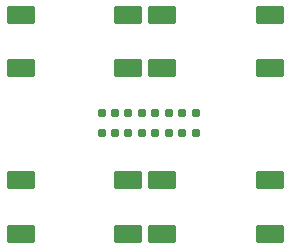
<source format=gbr>
%TF.GenerationSoftware,KiCad,Pcbnew,8.0.1*%
%TF.CreationDate,2024-07-01T16:18:06-04:00*%
%TF.ProjectId,btn,62746e2e-6b69-4636-9164-5f7063625858,rev?*%
%TF.SameCoordinates,Original*%
%TF.FileFunction,Soldermask,Top*%
%TF.FilePolarity,Negative*%
%FSLAX46Y46*%
G04 Gerber Fmt 4.6, Leading zero omitted, Abs format (unit mm)*
G04 Created by KiCad (PCBNEW 8.0.1) date 2024-07-01 16:18:06*
%MOMM*%
%LPD*%
G01*
G04 APERTURE LIST*
G04 Aperture macros list*
%AMRoundRect*
0 Rectangle with rounded corners*
0 $1 Rounding radius*
0 $2 $3 $4 $5 $6 $7 $8 $9 X,Y pos of 4 corners*
0 Add a 4 corners polygon primitive as box body*
4,1,4,$2,$3,$4,$5,$6,$7,$8,$9,$2,$3,0*
0 Add four circle primitives for the rounded corners*
1,1,$1+$1,$2,$3*
1,1,$1+$1,$4,$5*
1,1,$1+$1,$6,$7*
1,1,$1+$1,$8,$9*
0 Add four rect primitives between the rounded corners*
20,1,$1+$1,$2,$3,$4,$5,0*
20,1,$1+$1,$4,$5,$6,$7,0*
20,1,$1+$1,$6,$7,$8,$9,0*
20,1,$1+$1,$8,$9,$2,$3,0*%
G04 Aperture macros list end*
%ADD10RoundRect,0.155000X0.212500X0.155000X-0.212500X0.155000X-0.212500X-0.155000X0.212500X-0.155000X0*%
%ADD11RoundRect,0.102000X-1.050000X-0.700000X1.050000X-0.700000X1.050000X0.700000X-1.050000X0.700000X0*%
%ADD12RoundRect,0.155000X-0.212500X-0.155000X0.212500X-0.155000X0.212500X0.155000X-0.212500X0.155000X0*%
%ADD13RoundRect,0.160000X0.197500X0.160000X-0.197500X0.160000X-0.197500X-0.160000X0.197500X-0.160000X0*%
%ADD14RoundRect,0.160000X-0.197500X-0.160000X0.197500X-0.160000X0.197500X0.160000X-0.197500X0.160000X0*%
G04 APERTURE END LIST*
D10*
%TO.C,C3*%
X136767500Y-83250000D03*
X135632500Y-83250000D03*
%TD*%
D11*
%TO.C,S2*%
X133950000Y-73250000D03*
X133950000Y-77750000D03*
X143050000Y-73250000D03*
X143050000Y-77750000D03*
%TD*%
%TO.C,S1*%
X121950000Y-73250000D03*
X121950000Y-77750000D03*
X131050000Y-73250000D03*
X131050000Y-77750000D03*
%TD*%
D12*
%TO.C,C1*%
X128832500Y-81500000D03*
X129967500Y-81500000D03*
%TD*%
D13*
%TO.C,R3*%
X134547500Y-83250000D03*
X133352500Y-83250000D03*
%TD*%
D14*
%TO.C,R1*%
X131050000Y-81500000D03*
X132245000Y-81500000D03*
%TD*%
D13*
%TO.C,R2*%
X134547500Y-81500000D03*
X133352500Y-81500000D03*
%TD*%
D12*
%TO.C,C4*%
X128832500Y-83250000D03*
X129967500Y-83250000D03*
%TD*%
D11*
%TO.C,S3*%
X133950000Y-87250000D03*
X133950000Y-91750000D03*
X143050000Y-87250000D03*
X143050000Y-91750000D03*
%TD*%
D14*
%TO.C,R4*%
X131050000Y-83250000D03*
X132245000Y-83250000D03*
%TD*%
D10*
%TO.C,C2*%
X136767500Y-81500000D03*
X135632500Y-81500000D03*
%TD*%
D11*
%TO.C,S4*%
X121950000Y-87250000D03*
X121950000Y-91750000D03*
X131050000Y-87250000D03*
X131050000Y-91750000D03*
%TD*%
M02*

</source>
